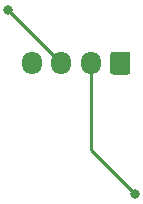
<source format=gbr>
G04 #@! TF.GenerationSoftware,KiCad,Pcbnew,(5.0.0)*
G04 #@! TF.CreationDate,2020-07-01T14:31:39-04:00*
G04 #@! TF.ProjectId,status_leds,7374617475735F6C6564732E6B696361,rev?*
G04 #@! TF.SameCoordinates,Original*
G04 #@! TF.FileFunction,Copper,L2,Bot,Signal*
G04 #@! TF.FilePolarity,Positive*
%FSLAX46Y46*%
G04 Gerber Fmt 4.6, Leading zero omitted, Abs format (unit mm)*
G04 Created by KiCad (PCBNEW (5.0.0)) date 07/01/20 14:31:39*
%MOMM*%
%LPD*%
G01*
G04 APERTURE LIST*
G04 #@! TA.AperFunction,ComponentPad*
%ADD10O,1.700000X1.950000*%
G04 #@! TD*
G04 #@! TA.AperFunction,Conductor*
%ADD11C,0.100000*%
G04 #@! TD*
G04 #@! TA.AperFunction,ComponentPad*
%ADD12C,1.700000*%
G04 #@! TD*
G04 #@! TA.AperFunction,ViaPad*
%ADD13C,0.800000*%
G04 #@! TD*
G04 #@! TA.AperFunction,Conductor*
%ADD14C,0.250000*%
G04 #@! TD*
G04 APERTURE END LIST*
D10*
G04 #@! TO.P,J1,4*
G04 #@! TO.N,GND*
X100250000Y-65250000D03*
G04 #@! TO.P,J1,3*
G04 #@! TO.N,DIN*
X102750000Y-65250000D03*
G04 #@! TO.P,J1,2*
G04 #@! TO.N,DOUT*
X105250000Y-65250000D03*
D11*
G04 #@! TD*
G04 #@! TO.N,+5V*
G04 #@! TO.C,J1*
G36*
X108374504Y-64276204D02*
X108398773Y-64279804D01*
X108422571Y-64285765D01*
X108445671Y-64294030D01*
X108467849Y-64304520D01*
X108488893Y-64317133D01*
X108508598Y-64331747D01*
X108526777Y-64348223D01*
X108543253Y-64366402D01*
X108557867Y-64386107D01*
X108570480Y-64407151D01*
X108580970Y-64429329D01*
X108589235Y-64452429D01*
X108595196Y-64476227D01*
X108598796Y-64500496D01*
X108600000Y-64525000D01*
X108600000Y-65975000D01*
X108598796Y-65999504D01*
X108595196Y-66023773D01*
X108589235Y-66047571D01*
X108580970Y-66070671D01*
X108570480Y-66092849D01*
X108557867Y-66113893D01*
X108543253Y-66133598D01*
X108526777Y-66151777D01*
X108508598Y-66168253D01*
X108488893Y-66182867D01*
X108467849Y-66195480D01*
X108445671Y-66205970D01*
X108422571Y-66214235D01*
X108398773Y-66220196D01*
X108374504Y-66223796D01*
X108350000Y-66225000D01*
X107150000Y-66225000D01*
X107125496Y-66223796D01*
X107101227Y-66220196D01*
X107077429Y-66214235D01*
X107054329Y-66205970D01*
X107032151Y-66195480D01*
X107011107Y-66182867D01*
X106991402Y-66168253D01*
X106973223Y-66151777D01*
X106956747Y-66133598D01*
X106942133Y-66113893D01*
X106929520Y-66092849D01*
X106919030Y-66070671D01*
X106910765Y-66047571D01*
X106904804Y-66023773D01*
X106901204Y-65999504D01*
X106900000Y-65975000D01*
X106900000Y-64525000D01*
X106901204Y-64500496D01*
X106904804Y-64476227D01*
X106910765Y-64452429D01*
X106919030Y-64429329D01*
X106929520Y-64407151D01*
X106942133Y-64386107D01*
X106956747Y-64366402D01*
X106973223Y-64348223D01*
X106991402Y-64331747D01*
X107011107Y-64317133D01*
X107032151Y-64304520D01*
X107054329Y-64294030D01*
X107077429Y-64285765D01*
X107101227Y-64279804D01*
X107125496Y-64276204D01*
X107150000Y-64275000D01*
X108350000Y-64275000D01*
X108374504Y-64276204D01*
X108374504Y-64276204D01*
G37*
D12*
G04 #@! TO.P,J1,1*
G04 #@! TO.N,+5V*
X107750000Y-65250000D03*
G04 #@! TD*
D13*
G04 #@! TO.N,DIN*
X98250000Y-60750000D03*
G04 #@! TO.N,DOUT*
X109000000Y-76375000D03*
G04 #@! TD*
D14*
G04 #@! TO.N,DIN*
X102750000Y-65250000D02*
X98250000Y-60750000D01*
G04 #@! TO.N,DOUT*
X105250000Y-65250000D02*
X105250000Y-72625000D01*
X105250000Y-72625000D02*
X109000000Y-76375000D01*
G04 #@! TD*
M02*

</source>
